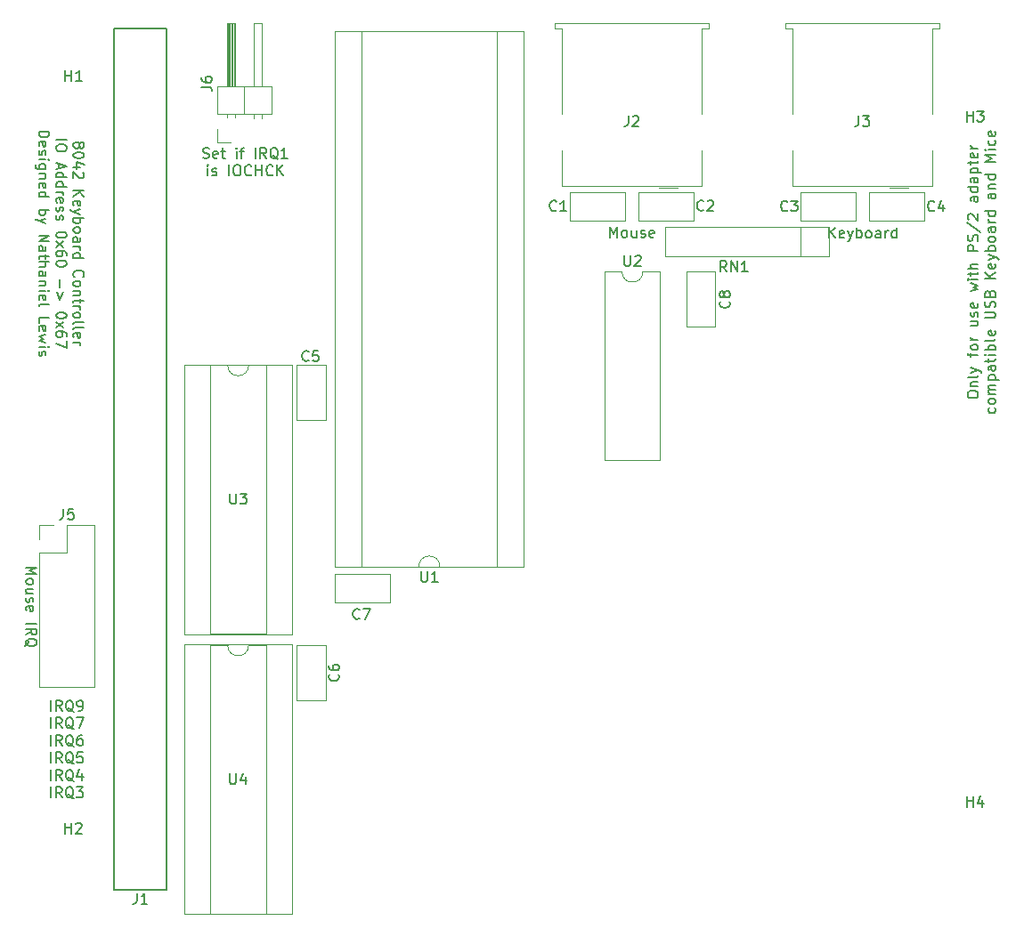
<source format=gto>
G04 #@! TF.GenerationSoftware,KiCad,Pcbnew,5.1.7*
G04 #@! TF.CreationDate,2020-11-27T22:44:02-08:00*
G04 #@! TF.ProjectId,PC104-8042KBD,50433130-342d-4383-9034-324b42442e6b,rev?*
G04 #@! TF.SameCoordinates,Original*
G04 #@! TF.FileFunction,Legend,Top*
G04 #@! TF.FilePolarity,Positive*
%FSLAX46Y46*%
G04 Gerber Fmt 4.6, Leading zero omitted, Abs format (unit mm)*
G04 Created by KiCad (PCBNEW 5.1.7) date 2020-11-27 22:44:02*
%MOMM*%
%LPD*%
G01*
G04 APERTURE LIST*
%ADD10C,0.150000*%
%ADD11C,0.120000*%
G04 APERTURE END LIST*
D10*
X191057780Y-95608895D02*
X191057780Y-95418419D01*
X191105400Y-95323180D01*
X191200638Y-95227942D01*
X191391114Y-95180323D01*
X191724447Y-95180323D01*
X191914923Y-95227942D01*
X192010161Y-95323180D01*
X192057780Y-95418419D01*
X192057780Y-95608895D01*
X192010161Y-95704133D01*
X191914923Y-95799371D01*
X191724447Y-95846990D01*
X191391114Y-95846990D01*
X191200638Y-95799371D01*
X191105400Y-95704133D01*
X191057780Y-95608895D01*
X191391114Y-94751752D02*
X192057780Y-94751752D01*
X191486352Y-94751752D02*
X191438733Y-94704133D01*
X191391114Y-94608895D01*
X191391114Y-94466038D01*
X191438733Y-94370800D01*
X191533971Y-94323180D01*
X192057780Y-94323180D01*
X192057780Y-93704133D02*
X192010161Y-93799371D01*
X191914923Y-93846990D01*
X191057780Y-93846990D01*
X191391114Y-93418419D02*
X192057780Y-93180323D01*
X191391114Y-92942228D02*
X192057780Y-93180323D01*
X192295876Y-93275561D01*
X192343495Y-93323180D01*
X192391114Y-93418419D01*
X191391114Y-91942228D02*
X191391114Y-91561276D01*
X192057780Y-91799371D02*
X191200638Y-91799371D01*
X191105400Y-91751752D01*
X191057780Y-91656514D01*
X191057780Y-91561276D01*
X192057780Y-91085085D02*
X192010161Y-91180323D01*
X191962542Y-91227942D01*
X191867304Y-91275561D01*
X191581590Y-91275561D01*
X191486352Y-91227942D01*
X191438733Y-91180323D01*
X191391114Y-91085085D01*
X191391114Y-90942228D01*
X191438733Y-90846990D01*
X191486352Y-90799371D01*
X191581590Y-90751752D01*
X191867304Y-90751752D01*
X191962542Y-90799371D01*
X192010161Y-90846990D01*
X192057780Y-90942228D01*
X192057780Y-91085085D01*
X192057780Y-90323180D02*
X191391114Y-90323180D01*
X191581590Y-90323180D02*
X191486352Y-90275561D01*
X191438733Y-90227942D01*
X191391114Y-90132704D01*
X191391114Y-90037466D01*
X191391114Y-88513657D02*
X192057780Y-88513657D01*
X191391114Y-88942228D02*
X191914923Y-88942228D01*
X192010161Y-88894609D01*
X192057780Y-88799371D01*
X192057780Y-88656514D01*
X192010161Y-88561276D01*
X191962542Y-88513657D01*
X192010161Y-88085085D02*
X192057780Y-87989847D01*
X192057780Y-87799371D01*
X192010161Y-87704133D01*
X191914923Y-87656514D01*
X191867304Y-87656514D01*
X191772066Y-87704133D01*
X191724447Y-87799371D01*
X191724447Y-87942228D01*
X191676828Y-88037466D01*
X191581590Y-88085085D01*
X191533971Y-88085085D01*
X191438733Y-88037466D01*
X191391114Y-87942228D01*
X191391114Y-87799371D01*
X191438733Y-87704133D01*
X192010161Y-86846990D02*
X192057780Y-86942228D01*
X192057780Y-87132704D01*
X192010161Y-87227942D01*
X191914923Y-87275561D01*
X191533971Y-87275561D01*
X191438733Y-87227942D01*
X191391114Y-87132704D01*
X191391114Y-86942228D01*
X191438733Y-86846990D01*
X191533971Y-86799371D01*
X191629209Y-86799371D01*
X191724447Y-87275561D01*
X191391114Y-85704133D02*
X192057780Y-85513657D01*
X191581590Y-85323180D01*
X192057780Y-85132704D01*
X191391114Y-84942228D01*
X192057780Y-84561276D02*
X191391114Y-84561276D01*
X191057780Y-84561276D02*
X191105400Y-84608895D01*
X191153019Y-84561276D01*
X191105400Y-84513657D01*
X191057780Y-84561276D01*
X191153019Y-84561276D01*
X191391114Y-84227942D02*
X191391114Y-83846990D01*
X191057780Y-84085085D02*
X191914923Y-84085085D01*
X192010161Y-84037466D01*
X192057780Y-83942228D01*
X192057780Y-83846990D01*
X192057780Y-83513657D02*
X191057780Y-83513657D01*
X192057780Y-83085085D02*
X191533971Y-83085085D01*
X191438733Y-83132704D01*
X191391114Y-83227942D01*
X191391114Y-83370800D01*
X191438733Y-83466038D01*
X191486352Y-83513657D01*
X192057780Y-81846990D02*
X191057780Y-81846990D01*
X191057780Y-81466038D01*
X191105400Y-81370800D01*
X191153019Y-81323180D01*
X191248257Y-81275561D01*
X191391114Y-81275561D01*
X191486352Y-81323180D01*
X191533971Y-81370800D01*
X191581590Y-81466038D01*
X191581590Y-81846990D01*
X192010161Y-80894609D02*
X192057780Y-80751752D01*
X192057780Y-80513657D01*
X192010161Y-80418419D01*
X191962542Y-80370800D01*
X191867304Y-80323180D01*
X191772066Y-80323180D01*
X191676828Y-80370800D01*
X191629209Y-80418419D01*
X191581590Y-80513657D01*
X191533971Y-80704133D01*
X191486352Y-80799371D01*
X191438733Y-80846990D01*
X191343495Y-80894609D01*
X191248257Y-80894609D01*
X191153019Y-80846990D01*
X191105400Y-80799371D01*
X191057780Y-80704133D01*
X191057780Y-80466038D01*
X191105400Y-80323180D01*
X191010161Y-79180323D02*
X192295876Y-80037466D01*
X191153019Y-78894609D02*
X191105400Y-78846990D01*
X191057780Y-78751752D01*
X191057780Y-78513657D01*
X191105400Y-78418419D01*
X191153019Y-78370800D01*
X191248257Y-78323180D01*
X191343495Y-78323180D01*
X191486352Y-78370800D01*
X192057780Y-78942228D01*
X192057780Y-78323180D01*
X192057780Y-76704133D02*
X191533971Y-76704133D01*
X191438733Y-76751752D01*
X191391114Y-76846990D01*
X191391114Y-77037466D01*
X191438733Y-77132704D01*
X192010161Y-76704133D02*
X192057780Y-76799371D01*
X192057780Y-77037466D01*
X192010161Y-77132704D01*
X191914923Y-77180323D01*
X191819685Y-77180323D01*
X191724447Y-77132704D01*
X191676828Y-77037466D01*
X191676828Y-76799371D01*
X191629209Y-76704133D01*
X192057780Y-75799371D02*
X191057780Y-75799371D01*
X192010161Y-75799371D02*
X192057780Y-75894609D01*
X192057780Y-76085085D01*
X192010161Y-76180323D01*
X191962542Y-76227942D01*
X191867304Y-76275561D01*
X191581590Y-76275561D01*
X191486352Y-76227942D01*
X191438733Y-76180323D01*
X191391114Y-76085085D01*
X191391114Y-75894609D01*
X191438733Y-75799371D01*
X192057780Y-74894609D02*
X191533971Y-74894609D01*
X191438733Y-74942228D01*
X191391114Y-75037466D01*
X191391114Y-75227942D01*
X191438733Y-75323180D01*
X192010161Y-74894609D02*
X192057780Y-74989847D01*
X192057780Y-75227942D01*
X192010161Y-75323180D01*
X191914923Y-75370800D01*
X191819685Y-75370800D01*
X191724447Y-75323180D01*
X191676828Y-75227942D01*
X191676828Y-74989847D01*
X191629209Y-74894609D01*
X191391114Y-74418419D02*
X192391114Y-74418419D01*
X191438733Y-74418419D02*
X191391114Y-74323180D01*
X191391114Y-74132704D01*
X191438733Y-74037466D01*
X191486352Y-73989847D01*
X191581590Y-73942228D01*
X191867304Y-73942228D01*
X191962542Y-73989847D01*
X192010161Y-74037466D01*
X192057780Y-74132704D01*
X192057780Y-74323180D01*
X192010161Y-74418419D01*
X191391114Y-73656514D02*
X191391114Y-73275561D01*
X191057780Y-73513657D02*
X191914923Y-73513657D01*
X192010161Y-73466038D01*
X192057780Y-73370800D01*
X192057780Y-73275561D01*
X192010161Y-72561276D02*
X192057780Y-72656514D01*
X192057780Y-72846990D01*
X192010161Y-72942228D01*
X191914923Y-72989847D01*
X191533971Y-72989847D01*
X191438733Y-72942228D01*
X191391114Y-72846990D01*
X191391114Y-72656514D01*
X191438733Y-72561276D01*
X191533971Y-72513657D01*
X191629209Y-72513657D01*
X191724447Y-72989847D01*
X192057780Y-72085085D02*
X191391114Y-72085085D01*
X191581590Y-72085085D02*
X191486352Y-72037466D01*
X191438733Y-71989847D01*
X191391114Y-71894609D01*
X191391114Y-71799371D01*
X193660161Y-96799371D02*
X193707780Y-96894609D01*
X193707780Y-97085085D01*
X193660161Y-97180323D01*
X193612542Y-97227942D01*
X193517304Y-97275561D01*
X193231590Y-97275561D01*
X193136352Y-97227942D01*
X193088733Y-97180323D01*
X193041114Y-97085085D01*
X193041114Y-96894609D01*
X193088733Y-96799371D01*
X193707780Y-96227942D02*
X193660161Y-96323180D01*
X193612542Y-96370800D01*
X193517304Y-96418419D01*
X193231590Y-96418419D01*
X193136352Y-96370800D01*
X193088733Y-96323180D01*
X193041114Y-96227942D01*
X193041114Y-96085085D01*
X193088733Y-95989847D01*
X193136352Y-95942228D01*
X193231590Y-95894609D01*
X193517304Y-95894609D01*
X193612542Y-95942228D01*
X193660161Y-95989847D01*
X193707780Y-96085085D01*
X193707780Y-96227942D01*
X193707780Y-95466038D02*
X193041114Y-95466038D01*
X193136352Y-95466038D02*
X193088733Y-95418419D01*
X193041114Y-95323180D01*
X193041114Y-95180323D01*
X193088733Y-95085085D01*
X193183971Y-95037466D01*
X193707780Y-95037466D01*
X193183971Y-95037466D02*
X193088733Y-94989847D01*
X193041114Y-94894609D01*
X193041114Y-94751752D01*
X193088733Y-94656514D01*
X193183971Y-94608895D01*
X193707780Y-94608895D01*
X193041114Y-94132704D02*
X194041114Y-94132704D01*
X193088733Y-94132704D02*
X193041114Y-94037466D01*
X193041114Y-93846990D01*
X193088733Y-93751752D01*
X193136352Y-93704133D01*
X193231590Y-93656514D01*
X193517304Y-93656514D01*
X193612542Y-93704133D01*
X193660161Y-93751752D01*
X193707780Y-93846990D01*
X193707780Y-94037466D01*
X193660161Y-94132704D01*
X193707780Y-92799371D02*
X193183971Y-92799371D01*
X193088733Y-92846990D01*
X193041114Y-92942228D01*
X193041114Y-93132704D01*
X193088733Y-93227942D01*
X193660161Y-92799371D02*
X193707780Y-92894609D01*
X193707780Y-93132704D01*
X193660161Y-93227942D01*
X193564923Y-93275561D01*
X193469685Y-93275561D01*
X193374447Y-93227942D01*
X193326828Y-93132704D01*
X193326828Y-92894609D01*
X193279209Y-92799371D01*
X193041114Y-92466038D02*
X193041114Y-92085085D01*
X192707780Y-92323180D02*
X193564923Y-92323180D01*
X193660161Y-92275561D01*
X193707780Y-92180323D01*
X193707780Y-92085085D01*
X193707780Y-91751752D02*
X193041114Y-91751752D01*
X192707780Y-91751752D02*
X192755400Y-91799371D01*
X192803019Y-91751752D01*
X192755400Y-91704133D01*
X192707780Y-91751752D01*
X192803019Y-91751752D01*
X193707780Y-91275561D02*
X192707780Y-91275561D01*
X193088733Y-91275561D02*
X193041114Y-91180323D01*
X193041114Y-90989847D01*
X193088733Y-90894609D01*
X193136352Y-90846990D01*
X193231590Y-90799371D01*
X193517304Y-90799371D01*
X193612542Y-90846990D01*
X193660161Y-90894609D01*
X193707780Y-90989847D01*
X193707780Y-91180323D01*
X193660161Y-91275561D01*
X193707780Y-90227942D02*
X193660161Y-90323180D01*
X193564923Y-90370800D01*
X192707780Y-90370800D01*
X193660161Y-89466038D02*
X193707780Y-89561276D01*
X193707780Y-89751752D01*
X193660161Y-89846990D01*
X193564923Y-89894609D01*
X193183971Y-89894609D01*
X193088733Y-89846990D01*
X193041114Y-89751752D01*
X193041114Y-89561276D01*
X193088733Y-89466038D01*
X193183971Y-89418419D01*
X193279209Y-89418419D01*
X193374447Y-89894609D01*
X192707780Y-88227942D02*
X193517304Y-88227942D01*
X193612542Y-88180323D01*
X193660161Y-88132704D01*
X193707780Y-88037466D01*
X193707780Y-87846990D01*
X193660161Y-87751752D01*
X193612542Y-87704133D01*
X193517304Y-87656514D01*
X192707780Y-87656514D01*
X193660161Y-87227942D02*
X193707780Y-87085085D01*
X193707780Y-86846990D01*
X193660161Y-86751752D01*
X193612542Y-86704133D01*
X193517304Y-86656514D01*
X193422066Y-86656514D01*
X193326828Y-86704133D01*
X193279209Y-86751752D01*
X193231590Y-86846990D01*
X193183971Y-87037466D01*
X193136352Y-87132704D01*
X193088733Y-87180323D01*
X192993495Y-87227942D01*
X192898257Y-87227942D01*
X192803019Y-87180323D01*
X192755400Y-87132704D01*
X192707780Y-87037466D01*
X192707780Y-86799371D01*
X192755400Y-86656514D01*
X193183971Y-85894609D02*
X193231590Y-85751752D01*
X193279209Y-85704133D01*
X193374447Y-85656514D01*
X193517304Y-85656514D01*
X193612542Y-85704133D01*
X193660161Y-85751752D01*
X193707780Y-85846990D01*
X193707780Y-86227942D01*
X192707780Y-86227942D01*
X192707780Y-85894609D01*
X192755400Y-85799371D01*
X192803019Y-85751752D01*
X192898257Y-85704133D01*
X192993495Y-85704133D01*
X193088733Y-85751752D01*
X193136352Y-85799371D01*
X193183971Y-85894609D01*
X193183971Y-86227942D01*
X193707780Y-84466038D02*
X192707780Y-84466038D01*
X193707780Y-83894609D02*
X193136352Y-84323180D01*
X192707780Y-83894609D02*
X193279209Y-84466038D01*
X193660161Y-83085085D02*
X193707780Y-83180323D01*
X193707780Y-83370800D01*
X193660161Y-83466038D01*
X193564923Y-83513657D01*
X193183971Y-83513657D01*
X193088733Y-83466038D01*
X193041114Y-83370800D01*
X193041114Y-83180323D01*
X193088733Y-83085085D01*
X193183971Y-83037466D01*
X193279209Y-83037466D01*
X193374447Y-83513657D01*
X193041114Y-82704133D02*
X193707780Y-82466038D01*
X193041114Y-82227942D02*
X193707780Y-82466038D01*
X193945876Y-82561276D01*
X193993495Y-82608895D01*
X194041114Y-82704133D01*
X193707780Y-81846990D02*
X192707780Y-81846990D01*
X193088733Y-81846990D02*
X193041114Y-81751752D01*
X193041114Y-81561276D01*
X193088733Y-81466038D01*
X193136352Y-81418419D01*
X193231590Y-81370800D01*
X193517304Y-81370800D01*
X193612542Y-81418419D01*
X193660161Y-81466038D01*
X193707780Y-81561276D01*
X193707780Y-81751752D01*
X193660161Y-81846990D01*
X193707780Y-80799371D02*
X193660161Y-80894609D01*
X193612542Y-80942228D01*
X193517304Y-80989847D01*
X193231590Y-80989847D01*
X193136352Y-80942228D01*
X193088733Y-80894609D01*
X193041114Y-80799371D01*
X193041114Y-80656514D01*
X193088733Y-80561276D01*
X193136352Y-80513657D01*
X193231590Y-80466038D01*
X193517304Y-80466038D01*
X193612542Y-80513657D01*
X193660161Y-80561276D01*
X193707780Y-80656514D01*
X193707780Y-80799371D01*
X193707780Y-79608895D02*
X193183971Y-79608895D01*
X193088733Y-79656514D01*
X193041114Y-79751752D01*
X193041114Y-79942228D01*
X193088733Y-80037466D01*
X193660161Y-79608895D02*
X193707780Y-79704133D01*
X193707780Y-79942228D01*
X193660161Y-80037466D01*
X193564923Y-80085085D01*
X193469685Y-80085085D01*
X193374447Y-80037466D01*
X193326828Y-79942228D01*
X193326828Y-79704133D01*
X193279209Y-79608895D01*
X193707780Y-79132704D02*
X193041114Y-79132704D01*
X193231590Y-79132704D02*
X193136352Y-79085085D01*
X193088733Y-79037466D01*
X193041114Y-78942228D01*
X193041114Y-78846990D01*
X193707780Y-78085085D02*
X192707780Y-78085085D01*
X193660161Y-78085085D02*
X193707780Y-78180323D01*
X193707780Y-78370800D01*
X193660161Y-78466038D01*
X193612542Y-78513657D01*
X193517304Y-78561276D01*
X193231590Y-78561276D01*
X193136352Y-78513657D01*
X193088733Y-78466038D01*
X193041114Y-78370800D01*
X193041114Y-78180323D01*
X193088733Y-78085085D01*
X193707780Y-76418419D02*
X193183971Y-76418419D01*
X193088733Y-76466038D01*
X193041114Y-76561276D01*
X193041114Y-76751752D01*
X193088733Y-76846990D01*
X193660161Y-76418419D02*
X193707780Y-76513657D01*
X193707780Y-76751752D01*
X193660161Y-76846990D01*
X193564923Y-76894609D01*
X193469685Y-76894609D01*
X193374447Y-76846990D01*
X193326828Y-76751752D01*
X193326828Y-76513657D01*
X193279209Y-76418419D01*
X193041114Y-75942228D02*
X193707780Y-75942228D01*
X193136352Y-75942228D02*
X193088733Y-75894609D01*
X193041114Y-75799371D01*
X193041114Y-75656514D01*
X193088733Y-75561276D01*
X193183971Y-75513657D01*
X193707780Y-75513657D01*
X193707780Y-74608895D02*
X192707780Y-74608895D01*
X193660161Y-74608895D02*
X193707780Y-74704133D01*
X193707780Y-74894609D01*
X193660161Y-74989847D01*
X193612542Y-75037466D01*
X193517304Y-75085085D01*
X193231590Y-75085085D01*
X193136352Y-75037466D01*
X193088733Y-74989847D01*
X193041114Y-74894609D01*
X193041114Y-74704133D01*
X193088733Y-74608895D01*
X193707780Y-73370800D02*
X192707780Y-73370800D01*
X193422066Y-73037466D01*
X192707780Y-72704133D01*
X193707780Y-72704133D01*
X193707780Y-72227942D02*
X193041114Y-72227942D01*
X192707780Y-72227942D02*
X192755400Y-72275561D01*
X192803019Y-72227942D01*
X192755400Y-72180323D01*
X192707780Y-72227942D01*
X192803019Y-72227942D01*
X193660161Y-71323180D02*
X193707780Y-71418419D01*
X193707780Y-71608895D01*
X193660161Y-71704133D01*
X193612542Y-71751752D01*
X193517304Y-71799371D01*
X193231590Y-71799371D01*
X193136352Y-71751752D01*
X193088733Y-71704133D01*
X193041114Y-71608895D01*
X193041114Y-71418419D01*
X193088733Y-71323180D01*
X193660161Y-70513657D02*
X193707780Y-70608895D01*
X193707780Y-70799371D01*
X193660161Y-70894609D01*
X193564923Y-70942228D01*
X193183971Y-70942228D01*
X193088733Y-70894609D01*
X193041114Y-70799371D01*
X193041114Y-70608895D01*
X193088733Y-70513657D01*
X193183971Y-70466038D01*
X193279209Y-70466038D01*
X193374447Y-70942228D01*
X118353390Y-72985761D02*
X118496247Y-73033380D01*
X118734342Y-73033380D01*
X118829580Y-72985761D01*
X118877200Y-72938142D01*
X118924819Y-72842904D01*
X118924819Y-72747666D01*
X118877200Y-72652428D01*
X118829580Y-72604809D01*
X118734342Y-72557190D01*
X118543866Y-72509571D01*
X118448628Y-72461952D01*
X118401009Y-72414333D01*
X118353390Y-72319095D01*
X118353390Y-72223857D01*
X118401009Y-72128619D01*
X118448628Y-72081000D01*
X118543866Y-72033380D01*
X118781961Y-72033380D01*
X118924819Y-72081000D01*
X119734342Y-72985761D02*
X119639104Y-73033380D01*
X119448628Y-73033380D01*
X119353390Y-72985761D01*
X119305771Y-72890523D01*
X119305771Y-72509571D01*
X119353390Y-72414333D01*
X119448628Y-72366714D01*
X119639104Y-72366714D01*
X119734342Y-72414333D01*
X119781961Y-72509571D01*
X119781961Y-72604809D01*
X119305771Y-72700047D01*
X120067676Y-72366714D02*
X120448628Y-72366714D01*
X120210533Y-72033380D02*
X120210533Y-72890523D01*
X120258152Y-72985761D01*
X120353390Y-73033380D01*
X120448628Y-73033380D01*
X121543866Y-73033380D02*
X121543866Y-72366714D01*
X121543866Y-72033380D02*
X121496247Y-72081000D01*
X121543866Y-72128619D01*
X121591485Y-72081000D01*
X121543866Y-72033380D01*
X121543866Y-72128619D01*
X121877200Y-72366714D02*
X122258152Y-72366714D01*
X122020057Y-73033380D02*
X122020057Y-72176238D01*
X122067676Y-72081000D01*
X122162914Y-72033380D01*
X122258152Y-72033380D01*
X123353390Y-73033380D02*
X123353390Y-72033380D01*
X124401009Y-73033380D02*
X124067676Y-72557190D01*
X123829580Y-73033380D02*
X123829580Y-72033380D01*
X124210533Y-72033380D01*
X124305771Y-72081000D01*
X124353390Y-72128619D01*
X124401009Y-72223857D01*
X124401009Y-72366714D01*
X124353390Y-72461952D01*
X124305771Y-72509571D01*
X124210533Y-72557190D01*
X123829580Y-72557190D01*
X125496247Y-73128619D02*
X125401009Y-73081000D01*
X125305771Y-72985761D01*
X125162914Y-72842904D01*
X125067676Y-72795285D01*
X124972438Y-72795285D01*
X125020057Y-73033380D02*
X124924819Y-72985761D01*
X124829580Y-72890523D01*
X124781961Y-72700047D01*
X124781961Y-72366714D01*
X124829580Y-72176238D01*
X124924819Y-72081000D01*
X125020057Y-72033380D01*
X125210533Y-72033380D01*
X125305771Y-72081000D01*
X125401009Y-72176238D01*
X125448628Y-72366714D01*
X125448628Y-72700047D01*
X125401009Y-72890523D01*
X125305771Y-72985761D01*
X125210533Y-73033380D01*
X125020057Y-73033380D01*
X126401009Y-73033380D02*
X125829580Y-73033380D01*
X126115295Y-73033380D02*
X126115295Y-72033380D01*
X126020057Y-72176238D01*
X125924819Y-72271476D01*
X125829580Y-72319095D01*
X118805771Y-74683380D02*
X118805771Y-74016714D01*
X118805771Y-73683380D02*
X118758152Y-73731000D01*
X118805771Y-73778619D01*
X118853390Y-73731000D01*
X118805771Y-73683380D01*
X118805771Y-73778619D01*
X119234342Y-74635761D02*
X119329580Y-74683380D01*
X119520057Y-74683380D01*
X119615295Y-74635761D01*
X119662914Y-74540523D01*
X119662914Y-74492904D01*
X119615295Y-74397666D01*
X119520057Y-74350047D01*
X119377200Y-74350047D01*
X119281961Y-74302428D01*
X119234342Y-74207190D01*
X119234342Y-74159571D01*
X119281961Y-74064333D01*
X119377200Y-74016714D01*
X119520057Y-74016714D01*
X119615295Y-74064333D01*
X120853390Y-74683380D02*
X120853390Y-73683380D01*
X121520057Y-73683380D02*
X121710533Y-73683380D01*
X121805771Y-73731000D01*
X121901009Y-73826238D01*
X121948628Y-74016714D01*
X121948628Y-74350047D01*
X121901009Y-74540523D01*
X121805771Y-74635761D01*
X121710533Y-74683380D01*
X121520057Y-74683380D01*
X121424819Y-74635761D01*
X121329580Y-74540523D01*
X121281961Y-74350047D01*
X121281961Y-74016714D01*
X121329580Y-73826238D01*
X121424819Y-73731000D01*
X121520057Y-73683380D01*
X122948628Y-74588142D02*
X122901009Y-74635761D01*
X122758152Y-74683380D01*
X122662914Y-74683380D01*
X122520057Y-74635761D01*
X122424819Y-74540523D01*
X122377200Y-74445285D01*
X122329580Y-74254809D01*
X122329580Y-74111952D01*
X122377200Y-73921476D01*
X122424819Y-73826238D01*
X122520057Y-73731000D01*
X122662914Y-73683380D01*
X122758152Y-73683380D01*
X122901009Y-73731000D01*
X122948628Y-73778619D01*
X123377200Y-74683380D02*
X123377200Y-73683380D01*
X123377200Y-74159571D02*
X123948628Y-74159571D01*
X123948628Y-74683380D02*
X123948628Y-73683380D01*
X124996247Y-74588142D02*
X124948628Y-74635761D01*
X124805771Y-74683380D01*
X124710533Y-74683380D01*
X124567676Y-74635761D01*
X124472438Y-74540523D01*
X124424819Y-74445285D01*
X124377200Y-74254809D01*
X124377200Y-74111952D01*
X124424819Y-73921476D01*
X124472438Y-73826238D01*
X124567676Y-73731000D01*
X124710533Y-73683380D01*
X124805771Y-73683380D01*
X124948628Y-73731000D01*
X124996247Y-73778619D01*
X125424819Y-74683380D02*
X125424819Y-73683380D01*
X125996247Y-74683380D02*
X125567676Y-74111952D01*
X125996247Y-73683380D02*
X125424819Y-74254809D01*
X101554019Y-111957314D02*
X102554019Y-111957314D01*
X101839733Y-112290647D01*
X102554019Y-112623980D01*
X101554019Y-112623980D01*
X101554019Y-113243028D02*
X101601638Y-113147790D01*
X101649257Y-113100171D01*
X101744495Y-113052552D01*
X102030209Y-113052552D01*
X102125447Y-113100171D01*
X102173066Y-113147790D01*
X102220685Y-113243028D01*
X102220685Y-113385885D01*
X102173066Y-113481123D01*
X102125447Y-113528742D01*
X102030209Y-113576361D01*
X101744495Y-113576361D01*
X101649257Y-113528742D01*
X101601638Y-113481123D01*
X101554019Y-113385885D01*
X101554019Y-113243028D01*
X102220685Y-114433504D02*
X101554019Y-114433504D01*
X102220685Y-114004933D02*
X101696876Y-114004933D01*
X101601638Y-114052552D01*
X101554019Y-114147790D01*
X101554019Y-114290647D01*
X101601638Y-114385885D01*
X101649257Y-114433504D01*
X101601638Y-114862076D02*
X101554019Y-114957314D01*
X101554019Y-115147790D01*
X101601638Y-115243028D01*
X101696876Y-115290647D01*
X101744495Y-115290647D01*
X101839733Y-115243028D01*
X101887352Y-115147790D01*
X101887352Y-115004933D01*
X101934971Y-114909695D01*
X102030209Y-114862076D01*
X102077828Y-114862076D01*
X102173066Y-114909695D01*
X102220685Y-115004933D01*
X102220685Y-115147790D01*
X102173066Y-115243028D01*
X101601638Y-116100171D02*
X101554019Y-116004933D01*
X101554019Y-115814457D01*
X101601638Y-115719219D01*
X101696876Y-115671600D01*
X102077828Y-115671600D01*
X102173066Y-115719219D01*
X102220685Y-115814457D01*
X102220685Y-116004933D01*
X102173066Y-116100171D01*
X102077828Y-116147790D01*
X101982590Y-116147790D01*
X101887352Y-115671600D01*
X101554019Y-117338266D02*
X102554019Y-117338266D01*
X101554019Y-118385885D02*
X102030209Y-118052552D01*
X101554019Y-117814457D02*
X102554019Y-117814457D01*
X102554019Y-118195409D01*
X102506400Y-118290647D01*
X102458780Y-118338266D01*
X102363542Y-118385885D01*
X102220685Y-118385885D01*
X102125447Y-118338266D01*
X102077828Y-118290647D01*
X102030209Y-118195409D01*
X102030209Y-117814457D01*
X101458780Y-119481123D02*
X101506400Y-119385885D01*
X101601638Y-119290647D01*
X101744495Y-119147790D01*
X101792114Y-119052552D01*
X101792114Y-118957314D01*
X101554019Y-119004933D02*
X101601638Y-118909695D01*
X101696876Y-118814457D01*
X101887352Y-118766838D01*
X102220685Y-118766838D01*
X102411161Y-118814457D01*
X102506400Y-118909695D01*
X102554019Y-119004933D01*
X102554019Y-119195409D01*
X102506400Y-119290647D01*
X102411161Y-119385885D01*
X102220685Y-119433504D01*
X101887352Y-119433504D01*
X101696876Y-119385885D01*
X101601638Y-119290647D01*
X101554019Y-119195409D01*
X101554019Y-119004933D01*
X103910000Y-125613380D02*
X103910000Y-124613380D01*
X104957619Y-125613380D02*
X104624285Y-125137190D01*
X104386190Y-125613380D02*
X104386190Y-124613380D01*
X104767142Y-124613380D01*
X104862380Y-124661000D01*
X104910000Y-124708619D01*
X104957619Y-124803857D01*
X104957619Y-124946714D01*
X104910000Y-125041952D01*
X104862380Y-125089571D01*
X104767142Y-125137190D01*
X104386190Y-125137190D01*
X106052857Y-125708619D02*
X105957619Y-125661000D01*
X105862380Y-125565761D01*
X105719523Y-125422904D01*
X105624285Y-125375285D01*
X105529047Y-125375285D01*
X105576666Y-125613380D02*
X105481428Y-125565761D01*
X105386190Y-125470523D01*
X105338571Y-125280047D01*
X105338571Y-124946714D01*
X105386190Y-124756238D01*
X105481428Y-124661000D01*
X105576666Y-124613380D01*
X105767142Y-124613380D01*
X105862380Y-124661000D01*
X105957619Y-124756238D01*
X106005238Y-124946714D01*
X106005238Y-125280047D01*
X105957619Y-125470523D01*
X105862380Y-125565761D01*
X105767142Y-125613380D01*
X105576666Y-125613380D01*
X106481428Y-125613380D02*
X106671904Y-125613380D01*
X106767142Y-125565761D01*
X106814761Y-125518142D01*
X106910000Y-125375285D01*
X106957619Y-125184809D01*
X106957619Y-124803857D01*
X106910000Y-124708619D01*
X106862380Y-124661000D01*
X106767142Y-124613380D01*
X106576666Y-124613380D01*
X106481428Y-124661000D01*
X106433809Y-124708619D01*
X106386190Y-124803857D01*
X106386190Y-125041952D01*
X106433809Y-125137190D01*
X106481428Y-125184809D01*
X106576666Y-125232428D01*
X106767142Y-125232428D01*
X106862380Y-125184809D01*
X106910000Y-125137190D01*
X106957619Y-125041952D01*
X103910000Y-127263380D02*
X103910000Y-126263380D01*
X104957619Y-127263380D02*
X104624285Y-126787190D01*
X104386190Y-127263380D02*
X104386190Y-126263380D01*
X104767142Y-126263380D01*
X104862380Y-126311000D01*
X104910000Y-126358619D01*
X104957619Y-126453857D01*
X104957619Y-126596714D01*
X104910000Y-126691952D01*
X104862380Y-126739571D01*
X104767142Y-126787190D01*
X104386190Y-126787190D01*
X106052857Y-127358619D02*
X105957619Y-127311000D01*
X105862380Y-127215761D01*
X105719523Y-127072904D01*
X105624285Y-127025285D01*
X105529047Y-127025285D01*
X105576666Y-127263380D02*
X105481428Y-127215761D01*
X105386190Y-127120523D01*
X105338571Y-126930047D01*
X105338571Y-126596714D01*
X105386190Y-126406238D01*
X105481428Y-126311000D01*
X105576666Y-126263380D01*
X105767142Y-126263380D01*
X105862380Y-126311000D01*
X105957619Y-126406238D01*
X106005238Y-126596714D01*
X106005238Y-126930047D01*
X105957619Y-127120523D01*
X105862380Y-127215761D01*
X105767142Y-127263380D01*
X105576666Y-127263380D01*
X106338571Y-126263380D02*
X107005238Y-126263380D01*
X106576666Y-127263380D01*
X103910000Y-128913380D02*
X103910000Y-127913380D01*
X104957619Y-128913380D02*
X104624285Y-128437190D01*
X104386190Y-128913380D02*
X104386190Y-127913380D01*
X104767142Y-127913380D01*
X104862380Y-127961000D01*
X104910000Y-128008619D01*
X104957619Y-128103857D01*
X104957619Y-128246714D01*
X104910000Y-128341952D01*
X104862380Y-128389571D01*
X104767142Y-128437190D01*
X104386190Y-128437190D01*
X106052857Y-129008619D02*
X105957619Y-128961000D01*
X105862380Y-128865761D01*
X105719523Y-128722904D01*
X105624285Y-128675285D01*
X105529047Y-128675285D01*
X105576666Y-128913380D02*
X105481428Y-128865761D01*
X105386190Y-128770523D01*
X105338571Y-128580047D01*
X105338571Y-128246714D01*
X105386190Y-128056238D01*
X105481428Y-127961000D01*
X105576666Y-127913380D01*
X105767142Y-127913380D01*
X105862380Y-127961000D01*
X105957619Y-128056238D01*
X106005238Y-128246714D01*
X106005238Y-128580047D01*
X105957619Y-128770523D01*
X105862380Y-128865761D01*
X105767142Y-128913380D01*
X105576666Y-128913380D01*
X106862380Y-127913380D02*
X106671904Y-127913380D01*
X106576666Y-127961000D01*
X106529047Y-128008619D01*
X106433809Y-128151476D01*
X106386190Y-128341952D01*
X106386190Y-128722904D01*
X106433809Y-128818142D01*
X106481428Y-128865761D01*
X106576666Y-128913380D01*
X106767142Y-128913380D01*
X106862380Y-128865761D01*
X106910000Y-128818142D01*
X106957619Y-128722904D01*
X106957619Y-128484809D01*
X106910000Y-128389571D01*
X106862380Y-128341952D01*
X106767142Y-128294333D01*
X106576666Y-128294333D01*
X106481428Y-128341952D01*
X106433809Y-128389571D01*
X106386190Y-128484809D01*
X103910000Y-130563380D02*
X103910000Y-129563380D01*
X104957619Y-130563380D02*
X104624285Y-130087190D01*
X104386190Y-130563380D02*
X104386190Y-129563380D01*
X104767142Y-129563380D01*
X104862380Y-129611000D01*
X104910000Y-129658619D01*
X104957619Y-129753857D01*
X104957619Y-129896714D01*
X104910000Y-129991952D01*
X104862380Y-130039571D01*
X104767142Y-130087190D01*
X104386190Y-130087190D01*
X106052857Y-130658619D02*
X105957619Y-130611000D01*
X105862380Y-130515761D01*
X105719523Y-130372904D01*
X105624285Y-130325285D01*
X105529047Y-130325285D01*
X105576666Y-130563380D02*
X105481428Y-130515761D01*
X105386190Y-130420523D01*
X105338571Y-130230047D01*
X105338571Y-129896714D01*
X105386190Y-129706238D01*
X105481428Y-129611000D01*
X105576666Y-129563380D01*
X105767142Y-129563380D01*
X105862380Y-129611000D01*
X105957619Y-129706238D01*
X106005238Y-129896714D01*
X106005238Y-130230047D01*
X105957619Y-130420523D01*
X105862380Y-130515761D01*
X105767142Y-130563380D01*
X105576666Y-130563380D01*
X106910000Y-129563380D02*
X106433809Y-129563380D01*
X106386190Y-130039571D01*
X106433809Y-129991952D01*
X106529047Y-129944333D01*
X106767142Y-129944333D01*
X106862380Y-129991952D01*
X106910000Y-130039571D01*
X106957619Y-130134809D01*
X106957619Y-130372904D01*
X106910000Y-130468142D01*
X106862380Y-130515761D01*
X106767142Y-130563380D01*
X106529047Y-130563380D01*
X106433809Y-130515761D01*
X106386190Y-130468142D01*
X103910000Y-132213380D02*
X103910000Y-131213380D01*
X104957619Y-132213380D02*
X104624285Y-131737190D01*
X104386190Y-132213380D02*
X104386190Y-131213380D01*
X104767142Y-131213380D01*
X104862380Y-131261000D01*
X104910000Y-131308619D01*
X104957619Y-131403857D01*
X104957619Y-131546714D01*
X104910000Y-131641952D01*
X104862380Y-131689571D01*
X104767142Y-131737190D01*
X104386190Y-131737190D01*
X106052857Y-132308619D02*
X105957619Y-132261000D01*
X105862380Y-132165761D01*
X105719523Y-132022904D01*
X105624285Y-131975285D01*
X105529047Y-131975285D01*
X105576666Y-132213380D02*
X105481428Y-132165761D01*
X105386190Y-132070523D01*
X105338571Y-131880047D01*
X105338571Y-131546714D01*
X105386190Y-131356238D01*
X105481428Y-131261000D01*
X105576666Y-131213380D01*
X105767142Y-131213380D01*
X105862380Y-131261000D01*
X105957619Y-131356238D01*
X106005238Y-131546714D01*
X106005238Y-131880047D01*
X105957619Y-132070523D01*
X105862380Y-132165761D01*
X105767142Y-132213380D01*
X105576666Y-132213380D01*
X106862380Y-131546714D02*
X106862380Y-132213380D01*
X106624285Y-131165761D02*
X106386190Y-131880047D01*
X107005238Y-131880047D01*
X103910000Y-133863380D02*
X103910000Y-132863380D01*
X104957619Y-133863380D02*
X104624285Y-133387190D01*
X104386190Y-133863380D02*
X104386190Y-132863380D01*
X104767142Y-132863380D01*
X104862380Y-132911000D01*
X104910000Y-132958619D01*
X104957619Y-133053857D01*
X104957619Y-133196714D01*
X104910000Y-133291952D01*
X104862380Y-133339571D01*
X104767142Y-133387190D01*
X104386190Y-133387190D01*
X106052857Y-133958619D02*
X105957619Y-133911000D01*
X105862380Y-133815761D01*
X105719523Y-133672904D01*
X105624285Y-133625285D01*
X105529047Y-133625285D01*
X105576666Y-133863380D02*
X105481428Y-133815761D01*
X105386190Y-133720523D01*
X105338571Y-133530047D01*
X105338571Y-133196714D01*
X105386190Y-133006238D01*
X105481428Y-132911000D01*
X105576666Y-132863380D01*
X105767142Y-132863380D01*
X105862380Y-132911000D01*
X105957619Y-133006238D01*
X106005238Y-133196714D01*
X106005238Y-133530047D01*
X105957619Y-133720523D01*
X105862380Y-133815761D01*
X105767142Y-133863380D01*
X105576666Y-133863380D01*
X106338571Y-132863380D02*
X106957619Y-132863380D01*
X106624285Y-133244333D01*
X106767142Y-133244333D01*
X106862380Y-133291952D01*
X106910000Y-133339571D01*
X106957619Y-133434809D01*
X106957619Y-133672904D01*
X106910000Y-133768142D01*
X106862380Y-133815761D01*
X106767142Y-133863380D01*
X106481428Y-133863380D01*
X106386190Y-133815761D01*
X106338571Y-133768142D01*
X106620247Y-71699028D02*
X106667866Y-71603790D01*
X106715485Y-71556171D01*
X106810723Y-71508552D01*
X106858342Y-71508552D01*
X106953580Y-71556171D01*
X107001200Y-71603790D01*
X107048819Y-71699028D01*
X107048819Y-71889504D01*
X107001200Y-71984742D01*
X106953580Y-72032361D01*
X106858342Y-72079980D01*
X106810723Y-72079980D01*
X106715485Y-72032361D01*
X106667866Y-71984742D01*
X106620247Y-71889504D01*
X106620247Y-71699028D01*
X106572628Y-71603790D01*
X106525009Y-71556171D01*
X106429771Y-71508552D01*
X106239295Y-71508552D01*
X106144057Y-71556171D01*
X106096438Y-71603790D01*
X106048819Y-71699028D01*
X106048819Y-71889504D01*
X106096438Y-71984742D01*
X106144057Y-72032361D01*
X106239295Y-72079980D01*
X106429771Y-72079980D01*
X106525009Y-72032361D01*
X106572628Y-71984742D01*
X106620247Y-71889504D01*
X107048819Y-72699028D02*
X107048819Y-72794266D01*
X107001200Y-72889504D01*
X106953580Y-72937123D01*
X106858342Y-72984742D01*
X106667866Y-73032361D01*
X106429771Y-73032361D01*
X106239295Y-72984742D01*
X106144057Y-72937123D01*
X106096438Y-72889504D01*
X106048819Y-72794266D01*
X106048819Y-72699028D01*
X106096438Y-72603790D01*
X106144057Y-72556171D01*
X106239295Y-72508552D01*
X106429771Y-72460933D01*
X106667866Y-72460933D01*
X106858342Y-72508552D01*
X106953580Y-72556171D01*
X107001200Y-72603790D01*
X107048819Y-72699028D01*
X106715485Y-73889504D02*
X106048819Y-73889504D01*
X107096438Y-73651409D02*
X106382152Y-73413314D01*
X106382152Y-74032361D01*
X106953580Y-74365695D02*
X107001200Y-74413314D01*
X107048819Y-74508552D01*
X107048819Y-74746647D01*
X107001200Y-74841885D01*
X106953580Y-74889504D01*
X106858342Y-74937123D01*
X106763104Y-74937123D01*
X106620247Y-74889504D01*
X106048819Y-74318076D01*
X106048819Y-74937123D01*
X106048819Y-76127600D02*
X107048819Y-76127600D01*
X106048819Y-76699028D02*
X106620247Y-76270457D01*
X107048819Y-76699028D02*
X106477390Y-76127600D01*
X106096438Y-77508552D02*
X106048819Y-77413314D01*
X106048819Y-77222838D01*
X106096438Y-77127600D01*
X106191676Y-77079980D01*
X106572628Y-77079980D01*
X106667866Y-77127600D01*
X106715485Y-77222838D01*
X106715485Y-77413314D01*
X106667866Y-77508552D01*
X106572628Y-77556171D01*
X106477390Y-77556171D01*
X106382152Y-77079980D01*
X106715485Y-77889504D02*
X106048819Y-78127600D01*
X106715485Y-78365695D02*
X106048819Y-78127600D01*
X105810723Y-78032361D01*
X105763104Y-77984742D01*
X105715485Y-77889504D01*
X106048819Y-78746647D02*
X107048819Y-78746647D01*
X106667866Y-78746647D02*
X106715485Y-78841885D01*
X106715485Y-79032361D01*
X106667866Y-79127600D01*
X106620247Y-79175219D01*
X106525009Y-79222838D01*
X106239295Y-79222838D01*
X106144057Y-79175219D01*
X106096438Y-79127600D01*
X106048819Y-79032361D01*
X106048819Y-78841885D01*
X106096438Y-78746647D01*
X106048819Y-79794266D02*
X106096438Y-79699028D01*
X106144057Y-79651409D01*
X106239295Y-79603790D01*
X106525009Y-79603790D01*
X106620247Y-79651409D01*
X106667866Y-79699028D01*
X106715485Y-79794266D01*
X106715485Y-79937123D01*
X106667866Y-80032361D01*
X106620247Y-80079980D01*
X106525009Y-80127600D01*
X106239295Y-80127600D01*
X106144057Y-80079980D01*
X106096438Y-80032361D01*
X106048819Y-79937123D01*
X106048819Y-79794266D01*
X106048819Y-80984742D02*
X106572628Y-80984742D01*
X106667866Y-80937123D01*
X106715485Y-80841885D01*
X106715485Y-80651409D01*
X106667866Y-80556171D01*
X106096438Y-80984742D02*
X106048819Y-80889504D01*
X106048819Y-80651409D01*
X106096438Y-80556171D01*
X106191676Y-80508552D01*
X106286914Y-80508552D01*
X106382152Y-80556171D01*
X106429771Y-80651409D01*
X106429771Y-80889504D01*
X106477390Y-80984742D01*
X106048819Y-81460933D02*
X106715485Y-81460933D01*
X106525009Y-81460933D02*
X106620247Y-81508552D01*
X106667866Y-81556171D01*
X106715485Y-81651409D01*
X106715485Y-81746647D01*
X106048819Y-82508552D02*
X107048819Y-82508552D01*
X106096438Y-82508552D02*
X106048819Y-82413314D01*
X106048819Y-82222838D01*
X106096438Y-82127600D01*
X106144057Y-82079980D01*
X106239295Y-82032361D01*
X106525009Y-82032361D01*
X106620247Y-82079980D01*
X106667866Y-82127600D01*
X106715485Y-82222838D01*
X106715485Y-82413314D01*
X106667866Y-82508552D01*
X106144057Y-84318076D02*
X106096438Y-84270457D01*
X106048819Y-84127600D01*
X106048819Y-84032361D01*
X106096438Y-83889504D01*
X106191676Y-83794266D01*
X106286914Y-83746647D01*
X106477390Y-83699028D01*
X106620247Y-83699028D01*
X106810723Y-83746647D01*
X106905961Y-83794266D01*
X107001200Y-83889504D01*
X107048819Y-84032361D01*
X107048819Y-84127600D01*
X107001200Y-84270457D01*
X106953580Y-84318076D01*
X106048819Y-84889504D02*
X106096438Y-84794266D01*
X106144057Y-84746647D01*
X106239295Y-84699028D01*
X106525009Y-84699028D01*
X106620247Y-84746647D01*
X106667866Y-84794266D01*
X106715485Y-84889504D01*
X106715485Y-85032361D01*
X106667866Y-85127600D01*
X106620247Y-85175219D01*
X106525009Y-85222838D01*
X106239295Y-85222838D01*
X106144057Y-85175219D01*
X106096438Y-85127600D01*
X106048819Y-85032361D01*
X106048819Y-84889504D01*
X106715485Y-85651409D02*
X106048819Y-85651409D01*
X106620247Y-85651409D02*
X106667866Y-85699028D01*
X106715485Y-85794266D01*
X106715485Y-85937123D01*
X106667866Y-86032361D01*
X106572628Y-86079980D01*
X106048819Y-86079980D01*
X106715485Y-86413314D02*
X106715485Y-86794266D01*
X107048819Y-86556171D02*
X106191676Y-86556171D01*
X106096438Y-86603790D01*
X106048819Y-86699028D01*
X106048819Y-86794266D01*
X106048819Y-87127600D02*
X106715485Y-87127600D01*
X106525009Y-87127600D02*
X106620247Y-87175219D01*
X106667866Y-87222838D01*
X106715485Y-87318076D01*
X106715485Y-87413314D01*
X106048819Y-87889504D02*
X106096438Y-87794266D01*
X106144057Y-87746647D01*
X106239295Y-87699028D01*
X106525009Y-87699028D01*
X106620247Y-87746647D01*
X106667866Y-87794266D01*
X106715485Y-87889504D01*
X106715485Y-88032361D01*
X106667866Y-88127600D01*
X106620247Y-88175219D01*
X106525009Y-88222838D01*
X106239295Y-88222838D01*
X106144057Y-88175219D01*
X106096438Y-88127600D01*
X106048819Y-88032361D01*
X106048819Y-87889504D01*
X106048819Y-88794266D02*
X106096438Y-88699028D01*
X106191676Y-88651409D01*
X107048819Y-88651409D01*
X106048819Y-89318076D02*
X106096438Y-89222838D01*
X106191676Y-89175219D01*
X107048819Y-89175219D01*
X106096438Y-90079980D02*
X106048819Y-89984742D01*
X106048819Y-89794266D01*
X106096438Y-89699028D01*
X106191676Y-89651409D01*
X106572628Y-89651409D01*
X106667866Y-89699028D01*
X106715485Y-89794266D01*
X106715485Y-89984742D01*
X106667866Y-90079980D01*
X106572628Y-90127600D01*
X106477390Y-90127600D01*
X106382152Y-89651409D01*
X106048819Y-90556171D02*
X106715485Y-90556171D01*
X106525009Y-90556171D02*
X106620247Y-90603790D01*
X106667866Y-90651409D01*
X106715485Y-90746647D01*
X106715485Y-90841885D01*
X104398819Y-71294266D02*
X105398819Y-71294266D01*
X105398819Y-71960933D02*
X105398819Y-72151409D01*
X105351200Y-72246647D01*
X105255961Y-72341885D01*
X105065485Y-72389504D01*
X104732152Y-72389504D01*
X104541676Y-72341885D01*
X104446438Y-72246647D01*
X104398819Y-72151409D01*
X104398819Y-71960933D01*
X104446438Y-71865695D01*
X104541676Y-71770457D01*
X104732152Y-71722838D01*
X105065485Y-71722838D01*
X105255961Y-71770457D01*
X105351200Y-71865695D01*
X105398819Y-71960933D01*
X104684533Y-73532361D02*
X104684533Y-74008552D01*
X104398819Y-73437123D02*
X105398819Y-73770457D01*
X104398819Y-74103790D01*
X104398819Y-74865695D02*
X105398819Y-74865695D01*
X104446438Y-74865695D02*
X104398819Y-74770457D01*
X104398819Y-74579980D01*
X104446438Y-74484742D01*
X104494057Y-74437123D01*
X104589295Y-74389504D01*
X104875009Y-74389504D01*
X104970247Y-74437123D01*
X105017866Y-74484742D01*
X105065485Y-74579980D01*
X105065485Y-74770457D01*
X105017866Y-74865695D01*
X104398819Y-75770457D02*
X105398819Y-75770457D01*
X104446438Y-75770457D02*
X104398819Y-75675219D01*
X104398819Y-75484742D01*
X104446438Y-75389504D01*
X104494057Y-75341885D01*
X104589295Y-75294266D01*
X104875009Y-75294266D01*
X104970247Y-75341885D01*
X105017866Y-75389504D01*
X105065485Y-75484742D01*
X105065485Y-75675219D01*
X105017866Y-75770457D01*
X104398819Y-76246647D02*
X105065485Y-76246647D01*
X104875009Y-76246647D02*
X104970247Y-76294266D01*
X105017866Y-76341885D01*
X105065485Y-76437123D01*
X105065485Y-76532361D01*
X104446438Y-77246647D02*
X104398819Y-77151409D01*
X104398819Y-76960933D01*
X104446438Y-76865695D01*
X104541676Y-76818076D01*
X104922628Y-76818076D01*
X105017866Y-76865695D01*
X105065485Y-76960933D01*
X105065485Y-77151409D01*
X105017866Y-77246647D01*
X104922628Y-77294266D01*
X104827390Y-77294266D01*
X104732152Y-76818076D01*
X104446438Y-77675219D02*
X104398819Y-77770457D01*
X104398819Y-77960933D01*
X104446438Y-78056171D01*
X104541676Y-78103790D01*
X104589295Y-78103790D01*
X104684533Y-78056171D01*
X104732152Y-77960933D01*
X104732152Y-77818076D01*
X104779771Y-77722838D01*
X104875009Y-77675219D01*
X104922628Y-77675219D01*
X105017866Y-77722838D01*
X105065485Y-77818076D01*
X105065485Y-77960933D01*
X105017866Y-78056171D01*
X104446438Y-78484742D02*
X104398819Y-78579980D01*
X104398819Y-78770457D01*
X104446438Y-78865695D01*
X104541676Y-78913314D01*
X104589295Y-78913314D01*
X104684533Y-78865695D01*
X104732152Y-78770457D01*
X104732152Y-78627600D01*
X104779771Y-78532361D01*
X104875009Y-78484742D01*
X104922628Y-78484742D01*
X105017866Y-78532361D01*
X105065485Y-78627600D01*
X105065485Y-78770457D01*
X105017866Y-78865695D01*
X105398819Y-80294266D02*
X105398819Y-80389504D01*
X105351200Y-80484742D01*
X105303580Y-80532361D01*
X105208342Y-80579980D01*
X105017866Y-80627600D01*
X104779771Y-80627600D01*
X104589295Y-80579980D01*
X104494057Y-80532361D01*
X104446438Y-80484742D01*
X104398819Y-80389504D01*
X104398819Y-80294266D01*
X104446438Y-80199028D01*
X104494057Y-80151409D01*
X104589295Y-80103790D01*
X104779771Y-80056171D01*
X105017866Y-80056171D01*
X105208342Y-80103790D01*
X105303580Y-80151409D01*
X105351200Y-80199028D01*
X105398819Y-80294266D01*
X104398819Y-80960933D02*
X105065485Y-81484742D01*
X105065485Y-80960933D02*
X104398819Y-81484742D01*
X105398819Y-82294266D02*
X105398819Y-82103790D01*
X105351200Y-82008552D01*
X105303580Y-81960933D01*
X105160723Y-81865695D01*
X104970247Y-81818076D01*
X104589295Y-81818076D01*
X104494057Y-81865695D01*
X104446438Y-81913314D01*
X104398819Y-82008552D01*
X104398819Y-82199028D01*
X104446438Y-82294266D01*
X104494057Y-82341885D01*
X104589295Y-82389504D01*
X104827390Y-82389504D01*
X104922628Y-82341885D01*
X104970247Y-82294266D01*
X105017866Y-82199028D01*
X105017866Y-82008552D01*
X104970247Y-81913314D01*
X104922628Y-81865695D01*
X104827390Y-81818076D01*
X105398819Y-83008552D02*
X105398819Y-83103790D01*
X105351200Y-83199028D01*
X105303580Y-83246647D01*
X105208342Y-83294266D01*
X105017866Y-83341885D01*
X104779771Y-83341885D01*
X104589295Y-83294266D01*
X104494057Y-83246647D01*
X104446438Y-83199028D01*
X104398819Y-83103790D01*
X104398819Y-83008552D01*
X104446438Y-82913314D01*
X104494057Y-82865695D01*
X104589295Y-82818076D01*
X104779771Y-82770457D01*
X105017866Y-82770457D01*
X105208342Y-82818076D01*
X105303580Y-82865695D01*
X105351200Y-82913314D01*
X105398819Y-83008552D01*
X104779771Y-84532361D02*
X104779771Y-85294266D01*
X105065485Y-85770457D02*
X104779771Y-86532361D01*
X104494057Y-85770457D01*
X105398819Y-87960933D02*
X105398819Y-88056171D01*
X105351200Y-88151409D01*
X105303580Y-88199028D01*
X105208342Y-88246647D01*
X105017866Y-88294266D01*
X104779771Y-88294266D01*
X104589295Y-88246647D01*
X104494057Y-88199028D01*
X104446438Y-88151409D01*
X104398819Y-88056171D01*
X104398819Y-87960933D01*
X104446438Y-87865695D01*
X104494057Y-87818076D01*
X104589295Y-87770457D01*
X104779771Y-87722838D01*
X105017866Y-87722838D01*
X105208342Y-87770457D01*
X105303580Y-87818076D01*
X105351200Y-87865695D01*
X105398819Y-87960933D01*
X104398819Y-88627600D02*
X105065485Y-89151409D01*
X105065485Y-88627600D02*
X104398819Y-89151409D01*
X105398819Y-89960933D02*
X105398819Y-89770457D01*
X105351200Y-89675219D01*
X105303580Y-89627600D01*
X105160723Y-89532361D01*
X104970247Y-89484742D01*
X104589295Y-89484742D01*
X104494057Y-89532361D01*
X104446438Y-89579980D01*
X104398819Y-89675219D01*
X104398819Y-89865695D01*
X104446438Y-89960933D01*
X104494057Y-90008552D01*
X104589295Y-90056171D01*
X104827390Y-90056171D01*
X104922628Y-90008552D01*
X104970247Y-89960933D01*
X105017866Y-89865695D01*
X105017866Y-89675219D01*
X104970247Y-89579980D01*
X104922628Y-89532361D01*
X104827390Y-89484742D01*
X105398819Y-90389504D02*
X105398819Y-91056171D01*
X104398819Y-90627600D01*
X102748819Y-70484742D02*
X103748819Y-70484742D01*
X103748819Y-70722838D01*
X103701200Y-70865695D01*
X103605961Y-70960933D01*
X103510723Y-71008552D01*
X103320247Y-71056171D01*
X103177390Y-71056171D01*
X102986914Y-71008552D01*
X102891676Y-70960933D01*
X102796438Y-70865695D01*
X102748819Y-70722838D01*
X102748819Y-70484742D01*
X102796438Y-71865695D02*
X102748819Y-71770457D01*
X102748819Y-71579980D01*
X102796438Y-71484742D01*
X102891676Y-71437123D01*
X103272628Y-71437123D01*
X103367866Y-71484742D01*
X103415485Y-71579980D01*
X103415485Y-71770457D01*
X103367866Y-71865695D01*
X103272628Y-71913314D01*
X103177390Y-71913314D01*
X103082152Y-71437123D01*
X102796438Y-72294266D02*
X102748819Y-72389504D01*
X102748819Y-72579980D01*
X102796438Y-72675219D01*
X102891676Y-72722838D01*
X102939295Y-72722838D01*
X103034533Y-72675219D01*
X103082152Y-72579980D01*
X103082152Y-72437123D01*
X103129771Y-72341885D01*
X103225009Y-72294266D01*
X103272628Y-72294266D01*
X103367866Y-72341885D01*
X103415485Y-72437123D01*
X103415485Y-72579980D01*
X103367866Y-72675219D01*
X102748819Y-73151409D02*
X103415485Y-73151409D01*
X103748819Y-73151409D02*
X103701200Y-73103790D01*
X103653580Y-73151409D01*
X103701200Y-73199028D01*
X103748819Y-73151409D01*
X103653580Y-73151409D01*
X103415485Y-74056171D02*
X102605961Y-74056171D01*
X102510723Y-74008552D01*
X102463104Y-73960933D01*
X102415485Y-73865695D01*
X102415485Y-73722838D01*
X102463104Y-73627600D01*
X102796438Y-74056171D02*
X102748819Y-73960933D01*
X102748819Y-73770457D01*
X102796438Y-73675219D01*
X102844057Y-73627600D01*
X102939295Y-73579980D01*
X103225009Y-73579980D01*
X103320247Y-73627600D01*
X103367866Y-73675219D01*
X103415485Y-73770457D01*
X103415485Y-73960933D01*
X103367866Y-74056171D01*
X103415485Y-74532361D02*
X102748819Y-74532361D01*
X103320247Y-74532361D02*
X103367866Y-74579980D01*
X103415485Y-74675219D01*
X103415485Y-74818076D01*
X103367866Y-74913314D01*
X103272628Y-74960933D01*
X102748819Y-74960933D01*
X102796438Y-75818076D02*
X102748819Y-75722838D01*
X102748819Y-75532361D01*
X102796438Y-75437123D01*
X102891676Y-75389504D01*
X103272628Y-75389504D01*
X103367866Y-75437123D01*
X103415485Y-75532361D01*
X103415485Y-75722838D01*
X103367866Y-75818076D01*
X103272628Y-75865695D01*
X103177390Y-75865695D01*
X103082152Y-75389504D01*
X102748819Y-76722838D02*
X103748819Y-76722838D01*
X102796438Y-76722838D02*
X102748819Y-76627600D01*
X102748819Y-76437123D01*
X102796438Y-76341885D01*
X102844057Y-76294266D01*
X102939295Y-76246647D01*
X103225009Y-76246647D01*
X103320247Y-76294266D01*
X103367866Y-76341885D01*
X103415485Y-76437123D01*
X103415485Y-76627600D01*
X103367866Y-76722838D01*
X102748819Y-77960933D02*
X103748819Y-77960933D01*
X103367866Y-77960933D02*
X103415485Y-78056171D01*
X103415485Y-78246647D01*
X103367866Y-78341885D01*
X103320247Y-78389504D01*
X103225009Y-78437123D01*
X102939295Y-78437123D01*
X102844057Y-78389504D01*
X102796438Y-78341885D01*
X102748819Y-78246647D01*
X102748819Y-78056171D01*
X102796438Y-77960933D01*
X103415485Y-78770457D02*
X102748819Y-79008552D01*
X103415485Y-79246647D02*
X102748819Y-79008552D01*
X102510723Y-78913314D01*
X102463104Y-78865695D01*
X102415485Y-78770457D01*
X102748819Y-80389504D02*
X103748819Y-80389504D01*
X102748819Y-80960933D01*
X103748819Y-80960933D01*
X102748819Y-81865695D02*
X103272628Y-81865695D01*
X103367866Y-81818076D01*
X103415485Y-81722838D01*
X103415485Y-81532361D01*
X103367866Y-81437123D01*
X102796438Y-81865695D02*
X102748819Y-81770457D01*
X102748819Y-81532361D01*
X102796438Y-81437123D01*
X102891676Y-81389504D01*
X102986914Y-81389504D01*
X103082152Y-81437123D01*
X103129771Y-81532361D01*
X103129771Y-81770457D01*
X103177390Y-81865695D01*
X103415485Y-82199028D02*
X103415485Y-82579980D01*
X103748819Y-82341885D02*
X102891676Y-82341885D01*
X102796438Y-82389504D01*
X102748819Y-82484742D01*
X102748819Y-82579980D01*
X102748819Y-82913314D02*
X103748819Y-82913314D01*
X102748819Y-83341885D02*
X103272628Y-83341885D01*
X103367866Y-83294266D01*
X103415485Y-83199028D01*
X103415485Y-83056171D01*
X103367866Y-82960933D01*
X103320247Y-82913314D01*
X102748819Y-84246647D02*
X103272628Y-84246647D01*
X103367866Y-84199028D01*
X103415485Y-84103790D01*
X103415485Y-83913314D01*
X103367866Y-83818076D01*
X102796438Y-84246647D02*
X102748819Y-84151409D01*
X102748819Y-83913314D01*
X102796438Y-83818076D01*
X102891676Y-83770457D01*
X102986914Y-83770457D01*
X103082152Y-83818076D01*
X103129771Y-83913314D01*
X103129771Y-84151409D01*
X103177390Y-84246647D01*
X103415485Y-84722838D02*
X102748819Y-84722838D01*
X103320247Y-84722838D02*
X103367866Y-84770457D01*
X103415485Y-84865695D01*
X103415485Y-85008552D01*
X103367866Y-85103790D01*
X103272628Y-85151409D01*
X102748819Y-85151409D01*
X102748819Y-85627600D02*
X103415485Y-85627600D01*
X103748819Y-85627600D02*
X103701200Y-85579980D01*
X103653580Y-85627600D01*
X103701200Y-85675219D01*
X103748819Y-85627600D01*
X103653580Y-85627600D01*
X102796438Y-86484742D02*
X102748819Y-86389504D01*
X102748819Y-86199028D01*
X102796438Y-86103790D01*
X102891676Y-86056171D01*
X103272628Y-86056171D01*
X103367866Y-86103790D01*
X103415485Y-86199028D01*
X103415485Y-86389504D01*
X103367866Y-86484742D01*
X103272628Y-86532361D01*
X103177390Y-86532361D01*
X103082152Y-86056171D01*
X102748819Y-87103790D02*
X102796438Y-87008552D01*
X102891676Y-86960933D01*
X103748819Y-86960933D01*
X102748819Y-88722838D02*
X102748819Y-88246647D01*
X103748819Y-88246647D01*
X102796438Y-89437123D02*
X102748819Y-89341885D01*
X102748819Y-89151409D01*
X102796438Y-89056171D01*
X102891676Y-89008552D01*
X103272628Y-89008552D01*
X103367866Y-89056171D01*
X103415485Y-89151409D01*
X103415485Y-89341885D01*
X103367866Y-89437123D01*
X103272628Y-89484742D01*
X103177390Y-89484742D01*
X103082152Y-89008552D01*
X103415485Y-89818076D02*
X102748819Y-90008552D01*
X103225009Y-90199028D01*
X102748819Y-90389504D01*
X103415485Y-90579980D01*
X102748819Y-90960933D02*
X103415485Y-90960933D01*
X103748819Y-90960933D02*
X103701200Y-90913314D01*
X103653580Y-90960933D01*
X103701200Y-91008552D01*
X103748819Y-90960933D01*
X103653580Y-90960933D01*
X102796438Y-91389504D02*
X102748819Y-91484742D01*
X102748819Y-91675219D01*
X102796438Y-91770457D01*
X102891676Y-91818076D01*
X102939295Y-91818076D01*
X103034533Y-91770457D01*
X103082152Y-91675219D01*
X103082152Y-91532361D01*
X103129771Y-91437123D01*
X103225009Y-91389504D01*
X103272628Y-91389504D01*
X103367866Y-91437123D01*
X103415485Y-91532361D01*
X103415485Y-91675219D01*
X103367866Y-91770457D01*
X177911523Y-80614780D02*
X177911523Y-79614780D01*
X178482952Y-80614780D02*
X178054380Y-80043352D01*
X178482952Y-79614780D02*
X177911523Y-80186209D01*
X179292476Y-80567161D02*
X179197238Y-80614780D01*
X179006761Y-80614780D01*
X178911523Y-80567161D01*
X178863904Y-80471923D01*
X178863904Y-80090971D01*
X178911523Y-79995733D01*
X179006761Y-79948114D01*
X179197238Y-79948114D01*
X179292476Y-79995733D01*
X179340095Y-80090971D01*
X179340095Y-80186209D01*
X178863904Y-80281447D01*
X179673428Y-79948114D02*
X179911523Y-80614780D01*
X180149619Y-79948114D02*
X179911523Y-80614780D01*
X179816285Y-80852876D01*
X179768666Y-80900495D01*
X179673428Y-80948114D01*
X180530571Y-80614780D02*
X180530571Y-79614780D01*
X180530571Y-79995733D02*
X180625809Y-79948114D01*
X180816285Y-79948114D01*
X180911523Y-79995733D01*
X180959142Y-80043352D01*
X181006761Y-80138590D01*
X181006761Y-80424304D01*
X180959142Y-80519542D01*
X180911523Y-80567161D01*
X180816285Y-80614780D01*
X180625809Y-80614780D01*
X180530571Y-80567161D01*
X181578190Y-80614780D02*
X181482952Y-80567161D01*
X181435333Y-80519542D01*
X181387714Y-80424304D01*
X181387714Y-80138590D01*
X181435333Y-80043352D01*
X181482952Y-79995733D01*
X181578190Y-79948114D01*
X181721047Y-79948114D01*
X181816285Y-79995733D01*
X181863904Y-80043352D01*
X181911523Y-80138590D01*
X181911523Y-80424304D01*
X181863904Y-80519542D01*
X181816285Y-80567161D01*
X181721047Y-80614780D01*
X181578190Y-80614780D01*
X182768666Y-80614780D02*
X182768666Y-80090971D01*
X182721047Y-79995733D01*
X182625809Y-79948114D01*
X182435333Y-79948114D01*
X182340095Y-79995733D01*
X182768666Y-80567161D02*
X182673428Y-80614780D01*
X182435333Y-80614780D01*
X182340095Y-80567161D01*
X182292476Y-80471923D01*
X182292476Y-80376685D01*
X182340095Y-80281447D01*
X182435333Y-80233828D01*
X182673428Y-80233828D01*
X182768666Y-80186209D01*
X183244857Y-80614780D02*
X183244857Y-79948114D01*
X183244857Y-80138590D02*
X183292476Y-80043352D01*
X183340095Y-79995733D01*
X183435333Y-79948114D01*
X183530571Y-79948114D01*
X184292476Y-80614780D02*
X184292476Y-79614780D01*
X184292476Y-80567161D02*
X184197238Y-80614780D01*
X184006761Y-80614780D01*
X183911523Y-80567161D01*
X183863904Y-80519542D01*
X183816285Y-80424304D01*
X183816285Y-80138590D01*
X183863904Y-80043352D01*
X183911523Y-79995733D01*
X184006761Y-79948114D01*
X184197238Y-79948114D01*
X184292476Y-79995733D01*
X157084971Y-80563980D02*
X157084971Y-79563980D01*
X157418304Y-80278266D01*
X157751638Y-79563980D01*
X157751638Y-80563980D01*
X158370685Y-80563980D02*
X158275447Y-80516361D01*
X158227828Y-80468742D01*
X158180209Y-80373504D01*
X158180209Y-80087790D01*
X158227828Y-79992552D01*
X158275447Y-79944933D01*
X158370685Y-79897314D01*
X158513542Y-79897314D01*
X158608780Y-79944933D01*
X158656400Y-79992552D01*
X158704019Y-80087790D01*
X158704019Y-80373504D01*
X158656400Y-80468742D01*
X158608780Y-80516361D01*
X158513542Y-80563980D01*
X158370685Y-80563980D01*
X159561161Y-79897314D02*
X159561161Y-80563980D01*
X159132590Y-79897314D02*
X159132590Y-80421123D01*
X159180209Y-80516361D01*
X159275447Y-80563980D01*
X159418304Y-80563980D01*
X159513542Y-80516361D01*
X159561161Y-80468742D01*
X159989733Y-80516361D02*
X160084971Y-80563980D01*
X160275447Y-80563980D01*
X160370685Y-80516361D01*
X160418304Y-80421123D01*
X160418304Y-80373504D01*
X160370685Y-80278266D01*
X160275447Y-80230647D01*
X160132590Y-80230647D01*
X160037352Y-80183028D01*
X159989733Y-80087790D01*
X159989733Y-80040171D01*
X160037352Y-79944933D01*
X160132590Y-79897314D01*
X160275447Y-79897314D01*
X160370685Y-79944933D01*
X161227828Y-80516361D02*
X161132590Y-80563980D01*
X160942114Y-80563980D01*
X160846876Y-80516361D01*
X160799257Y-80421123D01*
X160799257Y-80040171D01*
X160846876Y-79944933D01*
X160942114Y-79897314D01*
X161132590Y-79897314D01*
X161227828Y-79944933D01*
X161275447Y-80040171D01*
X161275447Y-80135409D01*
X160799257Y-80230647D01*
D11*
X175196500Y-82362500D02*
X175196500Y-79562500D01*
X162326500Y-82362500D02*
X177906500Y-82362500D01*
X162326500Y-79562500D02*
X162326500Y-82362500D01*
X177906500Y-79562500D02*
X162326500Y-79562500D01*
X177906500Y-82362500D02*
X177906500Y-79562500D01*
X167041500Y-83783500D02*
X167041500Y-89023500D01*
X164301500Y-83783500D02*
X164301500Y-89023500D01*
X167041500Y-83783500D02*
X164301500Y-83783500D01*
X167041500Y-89023500D02*
X164301500Y-89023500D01*
X130900500Y-112549000D02*
X136140500Y-112549000D01*
X130900500Y-115289000D02*
X136140500Y-115289000D01*
X130900500Y-112549000D02*
X130900500Y-115289000D01*
X136140500Y-112549000D02*
X136140500Y-115289000D01*
X130021000Y-119343500D02*
X130021000Y-124583500D01*
X127281000Y-119343500D02*
X127281000Y-124583500D01*
X130021000Y-119343500D02*
X127281000Y-119343500D01*
X130021000Y-124583500D02*
X127281000Y-124583500D01*
X130021000Y-92673500D02*
X130021000Y-97913500D01*
X127281000Y-92673500D02*
X127281000Y-97913500D01*
X130021000Y-92673500D02*
X127281000Y-92673500D01*
X130021000Y-97913500D02*
X127281000Y-97913500D01*
X153254400Y-78979700D02*
X153254400Y-76239700D01*
X158494400Y-78979700D02*
X158494400Y-76239700D01*
X158494400Y-76239700D02*
X153254400Y-76239700D01*
X158494400Y-78979700D02*
X153254400Y-78979700D01*
X119701000Y-68854500D02*
X124901000Y-68854500D01*
X124901000Y-68854500D02*
X124901000Y-66194500D01*
X124901000Y-66194500D02*
X119701000Y-66194500D01*
X119701000Y-66194500D02*
X119701000Y-68854500D01*
X120651000Y-66194500D02*
X120651000Y-60194500D01*
X120651000Y-60194500D02*
X121411000Y-60194500D01*
X121411000Y-60194500D02*
X121411000Y-66194500D01*
X120711000Y-66194500D02*
X120711000Y-60194500D01*
X120831000Y-66194500D02*
X120831000Y-60194500D01*
X120951000Y-66194500D02*
X120951000Y-60194500D01*
X121071000Y-66194500D02*
X121071000Y-60194500D01*
X121191000Y-66194500D02*
X121191000Y-60194500D01*
X121311000Y-66194500D02*
X121311000Y-60194500D01*
X120651000Y-69184500D02*
X120651000Y-68854500D01*
X121411000Y-69184500D02*
X121411000Y-68854500D01*
X122301000Y-68854500D02*
X122301000Y-66194500D01*
X123191000Y-66194500D02*
X123191000Y-60194500D01*
X123191000Y-60194500D02*
X123951000Y-60194500D01*
X123951000Y-60194500D02*
X123951000Y-66194500D01*
X123191000Y-69251571D02*
X123191000Y-68854500D01*
X123951000Y-69251571D02*
X123951000Y-68854500D01*
X121031000Y-71564500D02*
X119761000Y-71564500D01*
X119761000Y-71564500D02*
X119761000Y-70294500D01*
X185446240Y-75873920D02*
X183646240Y-75873920D01*
X173736240Y-60693920D02*
X174386240Y-60693920D01*
X188356240Y-60693920D02*
X188356240Y-60173920D01*
X174386240Y-68803920D02*
X174386240Y-60693920D01*
X188356240Y-60173920D02*
X173736240Y-60173920D01*
X173736240Y-60173920D02*
X173736240Y-60693920D01*
X174386240Y-75653920D02*
X174386240Y-72323920D01*
X187706240Y-75653920D02*
X187706240Y-72323920D01*
X187706240Y-75653920D02*
X174386240Y-75653920D01*
X187706240Y-60693920D02*
X188356240Y-60693920D01*
X187706240Y-60693920D02*
X187706240Y-68803920D01*
X102810000Y-123313500D02*
X108010000Y-123313500D01*
X102810000Y-110553500D02*
X102810000Y-123313500D01*
X108010000Y-107953500D02*
X108010000Y-123313500D01*
X102810000Y-110553500D02*
X105410000Y-110553500D01*
X105410000Y-110553500D02*
X105410000Y-107953500D01*
X105410000Y-107953500D02*
X108010000Y-107953500D01*
X102810000Y-109283500D02*
X102810000Y-107953500D01*
X102810000Y-107953500D02*
X104140000Y-107953500D01*
X126841560Y-119310800D02*
X116561560Y-119310800D01*
X126841560Y-144950800D02*
X126841560Y-119310800D01*
X116561560Y-144950800D02*
X126841560Y-144950800D01*
X116561560Y-119310800D02*
X116561560Y-144950800D01*
X124351560Y-119370800D02*
X122701560Y-119370800D01*
X124351560Y-144890800D02*
X124351560Y-119370800D01*
X119051560Y-144890800D02*
X124351560Y-144890800D01*
X119051560Y-119370800D02*
X119051560Y-144890800D01*
X120701560Y-119370800D02*
X119051560Y-119370800D01*
X122701560Y-119370800D02*
G75*
G02*
X120701560Y-119370800I-1000000J0D01*
G01*
X126846640Y-92671280D02*
X116566640Y-92671280D01*
X126846640Y-118311280D02*
X126846640Y-92671280D01*
X116566640Y-118311280D02*
X126846640Y-118311280D01*
X116566640Y-92671280D02*
X116566640Y-118311280D01*
X124356640Y-92731280D02*
X122706640Y-92731280D01*
X124356640Y-118251280D02*
X124356640Y-92731280D01*
X119056640Y-118251280D02*
X124356640Y-118251280D01*
X119056640Y-92731280D02*
X119056640Y-118251280D01*
X120706640Y-92731280D02*
X119056640Y-92731280D01*
X122706640Y-92731280D02*
G75*
G02*
X120706640Y-92731280I-1000000J0D01*
G01*
X161844500Y-83823500D02*
X160194500Y-83823500D01*
X161844500Y-101723500D02*
X161844500Y-83823500D01*
X156544500Y-101723500D02*
X161844500Y-101723500D01*
X156544500Y-83823500D02*
X156544500Y-101723500D01*
X158194500Y-83823500D02*
X156544500Y-83823500D01*
X160194500Y-83823500D02*
G75*
G02*
X158194500Y-83823500I-1000000J0D01*
G01*
X181681960Y-79015260D02*
X181681960Y-76275260D01*
X186921960Y-79015260D02*
X186921960Y-76275260D01*
X186921960Y-76275260D02*
X181681960Y-76275260D01*
X186921960Y-79015260D02*
X181681960Y-79015260D01*
X175180440Y-79015260D02*
X175180440Y-76275260D01*
X180420440Y-79015260D02*
X180420440Y-76275260D01*
X180420440Y-76275260D02*
X175180440Y-76275260D01*
X180420440Y-79015260D02*
X175180440Y-79015260D01*
X159777760Y-78979700D02*
X159777760Y-76239700D01*
X165017760Y-78979700D02*
X165017760Y-76239700D01*
X165017760Y-76239700D02*
X159777760Y-76239700D01*
X165017760Y-78979700D02*
X159777760Y-78979700D01*
X163520960Y-75863760D02*
X161720960Y-75863760D01*
X151810960Y-60683760D02*
X152460960Y-60683760D01*
X166430960Y-60683760D02*
X166430960Y-60163760D01*
X152460960Y-68793760D02*
X152460960Y-60683760D01*
X166430960Y-60163760D02*
X151810960Y-60163760D01*
X151810960Y-60163760D02*
X151810960Y-60683760D01*
X152460960Y-75643760D02*
X152460960Y-72313760D01*
X165780960Y-75643760D02*
X165780960Y-72313760D01*
X165780960Y-75643760D02*
X152460960Y-75643760D01*
X165780960Y-60683760D02*
X166430960Y-60683760D01*
X165780960Y-60683760D02*
X165780960Y-68793760D01*
X140890500Y-111883500D02*
X146350500Y-111883500D01*
X146350500Y-111883500D02*
X146350500Y-60963500D01*
X146350500Y-60963500D02*
X133430500Y-60963500D01*
X133430500Y-60963500D02*
X133430500Y-111883500D01*
X133430500Y-111883500D02*
X138890500Y-111883500D01*
X148840500Y-111943500D02*
X148840500Y-60903500D01*
X148840500Y-60903500D02*
X130940500Y-60903500D01*
X130940500Y-60903500D02*
X130940500Y-111943500D01*
X130940500Y-111943500D02*
X148840500Y-111943500D01*
X138890500Y-111883500D02*
G75*
G02*
X140890500Y-111883500I1000000J0D01*
G01*
D10*
X114895000Y-142633500D02*
X109895000Y-142633500D01*
X109895000Y-142633500D02*
X109895000Y-60693500D01*
X114895000Y-142633500D02*
X114895000Y-60693500D01*
X114895000Y-60693500D02*
X109895000Y-60693500D01*
X168156023Y-83814880D02*
X167822690Y-83338690D01*
X167584595Y-83814880D02*
X167584595Y-82814880D01*
X167965547Y-82814880D01*
X168060785Y-82862500D01*
X168108404Y-82910119D01*
X168156023Y-83005357D01*
X168156023Y-83148214D01*
X168108404Y-83243452D01*
X168060785Y-83291071D01*
X167965547Y-83338690D01*
X167584595Y-83338690D01*
X168584595Y-83814880D02*
X168584595Y-82814880D01*
X169156023Y-83814880D01*
X169156023Y-82814880D01*
X170156023Y-83814880D02*
X169584595Y-83814880D01*
X169870309Y-83814880D02*
X169870309Y-82814880D01*
X169775071Y-82957738D01*
X169679833Y-83052976D01*
X169584595Y-83100595D01*
X168378142Y-86653666D02*
X168425761Y-86701285D01*
X168473380Y-86844142D01*
X168473380Y-86939380D01*
X168425761Y-87082238D01*
X168330523Y-87177476D01*
X168235285Y-87225095D01*
X168044809Y-87272714D01*
X167901952Y-87272714D01*
X167711476Y-87225095D01*
X167616238Y-87177476D01*
X167521000Y-87082238D01*
X167473380Y-86939380D01*
X167473380Y-86844142D01*
X167521000Y-86701285D01*
X167568619Y-86653666D01*
X167901952Y-86082238D02*
X167854333Y-86177476D01*
X167806714Y-86225095D01*
X167711476Y-86272714D01*
X167663857Y-86272714D01*
X167568619Y-86225095D01*
X167521000Y-86177476D01*
X167473380Y-86082238D01*
X167473380Y-85891761D01*
X167521000Y-85796523D01*
X167568619Y-85748904D01*
X167663857Y-85701285D01*
X167711476Y-85701285D01*
X167806714Y-85748904D01*
X167854333Y-85796523D01*
X167901952Y-85891761D01*
X167901952Y-86082238D01*
X167949571Y-86177476D01*
X167997190Y-86225095D01*
X168092428Y-86272714D01*
X168282904Y-86272714D01*
X168378142Y-86225095D01*
X168425761Y-86177476D01*
X168473380Y-86082238D01*
X168473380Y-85891761D01*
X168425761Y-85796523D01*
X168378142Y-85748904D01*
X168282904Y-85701285D01*
X168092428Y-85701285D01*
X167997190Y-85748904D01*
X167949571Y-85796523D01*
X167901952Y-85891761D01*
X133246833Y-116816142D02*
X133199214Y-116863761D01*
X133056357Y-116911380D01*
X132961119Y-116911380D01*
X132818261Y-116863761D01*
X132723023Y-116768523D01*
X132675404Y-116673285D01*
X132627785Y-116482809D01*
X132627785Y-116339952D01*
X132675404Y-116149476D01*
X132723023Y-116054238D01*
X132818261Y-115959000D01*
X132961119Y-115911380D01*
X133056357Y-115911380D01*
X133199214Y-115959000D01*
X133246833Y-116006619D01*
X133580166Y-115911380D02*
X134246833Y-115911380D01*
X133818261Y-116911380D01*
X131230642Y-122150166D02*
X131278261Y-122197785D01*
X131325880Y-122340642D01*
X131325880Y-122435880D01*
X131278261Y-122578738D01*
X131183023Y-122673976D01*
X131087785Y-122721595D01*
X130897309Y-122769214D01*
X130754452Y-122769214D01*
X130563976Y-122721595D01*
X130468738Y-122673976D01*
X130373500Y-122578738D01*
X130325880Y-122435880D01*
X130325880Y-122340642D01*
X130373500Y-122197785D01*
X130421119Y-122150166D01*
X130325880Y-121293023D02*
X130325880Y-121483500D01*
X130373500Y-121578738D01*
X130421119Y-121626357D01*
X130563976Y-121721595D01*
X130754452Y-121769214D01*
X131135404Y-121769214D01*
X131230642Y-121721595D01*
X131278261Y-121673976D01*
X131325880Y-121578738D01*
X131325880Y-121388261D01*
X131278261Y-121293023D01*
X131230642Y-121245404D01*
X131135404Y-121197785D01*
X130897309Y-121197785D01*
X130802071Y-121245404D01*
X130754452Y-121293023D01*
X130706833Y-121388261D01*
X130706833Y-121578738D01*
X130754452Y-121673976D01*
X130802071Y-121721595D01*
X130897309Y-121769214D01*
X128408133Y-92254342D02*
X128360514Y-92301961D01*
X128217657Y-92349580D01*
X128122419Y-92349580D01*
X127979561Y-92301961D01*
X127884323Y-92206723D01*
X127836704Y-92111485D01*
X127789085Y-91921009D01*
X127789085Y-91778152D01*
X127836704Y-91587676D01*
X127884323Y-91492438D01*
X127979561Y-91397200D01*
X128122419Y-91349580D01*
X128217657Y-91349580D01*
X128360514Y-91397200D01*
X128408133Y-91444819D01*
X129312895Y-91349580D02*
X128836704Y-91349580D01*
X128789085Y-91825771D01*
X128836704Y-91778152D01*
X128931942Y-91730533D01*
X129170038Y-91730533D01*
X129265276Y-91778152D01*
X129312895Y-91825771D01*
X129360514Y-91921009D01*
X129360514Y-92159104D01*
X129312895Y-92254342D01*
X129265276Y-92301961D01*
X129170038Y-92349580D01*
X128931942Y-92349580D01*
X128836704Y-92301961D01*
X128789085Y-92254342D01*
X151963333Y-77969382D02*
X151915714Y-78017001D01*
X151772857Y-78064620D01*
X151677619Y-78064620D01*
X151534761Y-78017001D01*
X151439523Y-77921763D01*
X151391904Y-77826525D01*
X151344285Y-77636049D01*
X151344285Y-77493192D01*
X151391904Y-77302716D01*
X151439523Y-77207478D01*
X151534761Y-77112240D01*
X151677619Y-77064620D01*
X151772857Y-77064620D01*
X151915714Y-77112240D01*
X151963333Y-77159859D01*
X152915714Y-78064620D02*
X152344285Y-78064620D01*
X152630000Y-78064620D02*
X152630000Y-77064620D01*
X152534761Y-77207478D01*
X152439523Y-77302716D01*
X152344285Y-77350335D01*
X118213380Y-66242833D02*
X118927666Y-66242833D01*
X119070523Y-66290452D01*
X119165761Y-66385690D01*
X119213380Y-66528547D01*
X119213380Y-66623785D01*
X118213380Y-65338071D02*
X118213380Y-65528547D01*
X118261000Y-65623785D01*
X118308619Y-65671404D01*
X118451476Y-65766642D01*
X118641952Y-65814261D01*
X119022904Y-65814261D01*
X119118142Y-65766642D01*
X119165761Y-65719023D01*
X119213380Y-65623785D01*
X119213380Y-65433309D01*
X119165761Y-65338071D01*
X119118142Y-65290452D01*
X119022904Y-65242833D01*
X118784809Y-65242833D01*
X118689571Y-65290452D01*
X118641952Y-65338071D01*
X118594333Y-65433309D01*
X118594333Y-65623785D01*
X118641952Y-65719023D01*
X118689571Y-65766642D01*
X118784809Y-65814261D01*
X180705166Y-68984880D02*
X180705166Y-69699166D01*
X180657547Y-69842023D01*
X180562309Y-69937261D01*
X180419452Y-69984880D01*
X180324214Y-69984880D01*
X181086119Y-68984880D02*
X181705166Y-68984880D01*
X181371833Y-69365833D01*
X181514690Y-69365833D01*
X181609928Y-69413452D01*
X181657547Y-69461071D01*
X181705166Y-69556309D01*
X181705166Y-69794404D01*
X181657547Y-69889642D01*
X181609928Y-69937261D01*
X181514690Y-69984880D01*
X181228976Y-69984880D01*
X181133738Y-69937261D01*
X181086119Y-69889642D01*
X105076666Y-106405880D02*
X105076666Y-107120166D01*
X105029047Y-107263023D01*
X104933809Y-107358261D01*
X104790952Y-107405880D01*
X104695714Y-107405880D01*
X106029047Y-106405880D02*
X105552857Y-106405880D01*
X105505238Y-106882071D01*
X105552857Y-106834452D01*
X105648095Y-106786833D01*
X105886190Y-106786833D01*
X105981428Y-106834452D01*
X106029047Y-106882071D01*
X106076666Y-106977309D01*
X106076666Y-107215404D01*
X106029047Y-107310642D01*
X105981428Y-107358261D01*
X105886190Y-107405880D01*
X105648095Y-107405880D01*
X105552857Y-107358261D01*
X105505238Y-107310642D01*
X120934575Y-131578100D02*
X120934575Y-132387624D01*
X120982194Y-132482862D01*
X121029813Y-132530481D01*
X121125051Y-132578100D01*
X121315527Y-132578100D01*
X121410765Y-132530481D01*
X121458384Y-132482862D01*
X121506003Y-132387624D01*
X121506003Y-131578100D01*
X122410765Y-131911434D02*
X122410765Y-132578100D01*
X122172670Y-131530481D02*
X121934575Y-132244767D01*
X122553622Y-132244767D01*
X120944735Y-104942380D02*
X120944735Y-105751904D01*
X120992354Y-105847142D01*
X121039973Y-105894761D01*
X121135211Y-105942380D01*
X121325687Y-105942380D01*
X121420925Y-105894761D01*
X121468544Y-105847142D01*
X121516163Y-105751904D01*
X121516163Y-104942380D01*
X121897116Y-104942380D02*
X122516163Y-104942380D01*
X122182830Y-105323333D01*
X122325687Y-105323333D01*
X122420925Y-105370952D01*
X122468544Y-105418571D01*
X122516163Y-105513809D01*
X122516163Y-105751904D01*
X122468544Y-105847142D01*
X122420925Y-105894761D01*
X122325687Y-105942380D01*
X122039973Y-105942380D01*
X121944735Y-105894761D01*
X121897116Y-105847142D01*
X158432595Y-82275880D02*
X158432595Y-83085404D01*
X158480214Y-83180642D01*
X158527833Y-83228261D01*
X158623071Y-83275880D01*
X158813547Y-83275880D01*
X158908785Y-83228261D01*
X158956404Y-83180642D01*
X159004023Y-83085404D01*
X159004023Y-82275880D01*
X159432595Y-82371119D02*
X159480214Y-82323500D01*
X159575452Y-82275880D01*
X159813547Y-82275880D01*
X159908785Y-82323500D01*
X159956404Y-82371119D01*
X160004023Y-82466357D01*
X160004023Y-82561595D01*
X159956404Y-82704452D01*
X159384976Y-83275880D01*
X160004023Y-83275880D01*
X187905093Y-77992242D02*
X187857474Y-78039861D01*
X187714617Y-78087480D01*
X187619379Y-78087480D01*
X187476521Y-78039861D01*
X187381283Y-77944623D01*
X187333664Y-77849385D01*
X187286045Y-77658909D01*
X187286045Y-77516052D01*
X187333664Y-77325576D01*
X187381283Y-77230338D01*
X187476521Y-77135100D01*
X187619379Y-77087480D01*
X187714617Y-77087480D01*
X187857474Y-77135100D01*
X187905093Y-77182719D01*
X188762236Y-77420814D02*
X188762236Y-78087480D01*
X188524140Y-77039861D02*
X188286045Y-77754147D01*
X188905093Y-77754147D01*
X173935093Y-77987162D02*
X173887474Y-78034781D01*
X173744617Y-78082400D01*
X173649379Y-78082400D01*
X173506521Y-78034781D01*
X173411283Y-77939543D01*
X173363664Y-77844305D01*
X173316045Y-77653829D01*
X173316045Y-77510972D01*
X173363664Y-77320496D01*
X173411283Y-77225258D01*
X173506521Y-77130020D01*
X173649379Y-77082400D01*
X173744617Y-77082400D01*
X173887474Y-77130020D01*
X173935093Y-77177639D01*
X174268426Y-77082400D02*
X174887474Y-77082400D01*
X174554140Y-77463353D01*
X174696998Y-77463353D01*
X174792236Y-77510972D01*
X174839855Y-77558591D01*
X174887474Y-77653829D01*
X174887474Y-77891924D01*
X174839855Y-77987162D01*
X174792236Y-78034781D01*
X174696998Y-78082400D01*
X174411283Y-78082400D01*
X174316045Y-78034781D01*
X174268426Y-77987162D01*
X165960893Y-77954142D02*
X165913274Y-78001761D01*
X165770417Y-78049380D01*
X165675179Y-78049380D01*
X165532321Y-78001761D01*
X165437083Y-77906523D01*
X165389464Y-77811285D01*
X165341845Y-77620809D01*
X165341845Y-77477952D01*
X165389464Y-77287476D01*
X165437083Y-77192238D01*
X165532321Y-77097000D01*
X165675179Y-77049380D01*
X165770417Y-77049380D01*
X165913274Y-77097000D01*
X165960893Y-77144619D01*
X166341845Y-77144619D02*
X166389464Y-77097000D01*
X166484702Y-77049380D01*
X166722798Y-77049380D01*
X166818036Y-77097000D01*
X166865655Y-77144619D01*
X166913274Y-77239857D01*
X166913274Y-77335095D01*
X166865655Y-77477952D01*
X166294226Y-78049380D01*
X166913274Y-78049380D01*
X158797666Y-68984880D02*
X158797666Y-69699166D01*
X158750047Y-69842023D01*
X158654809Y-69937261D01*
X158511952Y-69984880D01*
X158416714Y-69984880D01*
X159226238Y-69080119D02*
X159273857Y-69032500D01*
X159369095Y-68984880D01*
X159607190Y-68984880D01*
X159702428Y-69032500D01*
X159750047Y-69080119D01*
X159797666Y-69175357D01*
X159797666Y-69270595D01*
X159750047Y-69413452D01*
X159178619Y-69984880D01*
X159797666Y-69984880D01*
X139128595Y-112335880D02*
X139128595Y-113145404D01*
X139176214Y-113240642D01*
X139223833Y-113288261D01*
X139319071Y-113335880D01*
X139509547Y-113335880D01*
X139604785Y-113288261D01*
X139652404Y-113240642D01*
X139700023Y-113145404D01*
X139700023Y-112335880D01*
X140700023Y-113335880D02*
X140128595Y-113335880D01*
X140414309Y-113335880D02*
X140414309Y-112335880D01*
X140319071Y-112478738D01*
X140223833Y-112573976D01*
X140128595Y-112621595D01*
X191008095Y-134745880D02*
X191008095Y-133745880D01*
X191008095Y-134222071D02*
X191579523Y-134222071D01*
X191579523Y-134745880D02*
X191579523Y-133745880D01*
X192484285Y-134079214D02*
X192484285Y-134745880D01*
X192246190Y-133698261D02*
X192008095Y-134412547D01*
X192627142Y-134412547D01*
X191008095Y-69540380D02*
X191008095Y-68540380D01*
X191008095Y-69016571D02*
X191579523Y-69016571D01*
X191579523Y-69540380D02*
X191579523Y-68540380D01*
X191960476Y-68540380D02*
X192579523Y-68540380D01*
X192246190Y-68921333D01*
X192389047Y-68921333D01*
X192484285Y-68968952D01*
X192531904Y-69016571D01*
X192579523Y-69111809D01*
X192579523Y-69349904D01*
X192531904Y-69445142D01*
X192484285Y-69492761D01*
X192389047Y-69540380D01*
X192103333Y-69540380D01*
X192008095Y-69492761D01*
X191960476Y-69445142D01*
X105283095Y-137285880D02*
X105283095Y-136285880D01*
X105283095Y-136762071D02*
X105854523Y-136762071D01*
X105854523Y-137285880D02*
X105854523Y-136285880D01*
X106283095Y-136381119D02*
X106330714Y-136333500D01*
X106425952Y-136285880D01*
X106664047Y-136285880D01*
X106759285Y-136333500D01*
X106806904Y-136381119D01*
X106854523Y-136476357D01*
X106854523Y-136571595D01*
X106806904Y-136714452D01*
X106235476Y-137285880D01*
X106854523Y-137285880D01*
X105283095Y-65666880D02*
X105283095Y-64666880D01*
X105283095Y-65143071D02*
X105854523Y-65143071D01*
X105854523Y-65666880D02*
X105854523Y-64666880D01*
X106854523Y-65666880D02*
X106283095Y-65666880D01*
X106568809Y-65666880D02*
X106568809Y-64666880D01*
X106473571Y-64809738D01*
X106378333Y-64904976D01*
X106283095Y-64952595D01*
X112061666Y-142962380D02*
X112061666Y-143676666D01*
X112014047Y-143819523D01*
X111918809Y-143914761D01*
X111775952Y-143962380D01*
X111680714Y-143962380D01*
X113061666Y-143962380D02*
X112490238Y-143962380D01*
X112775952Y-143962380D02*
X112775952Y-142962380D01*
X112680714Y-143105238D01*
X112585476Y-143200476D01*
X112490238Y-143248095D01*
M02*

</source>
